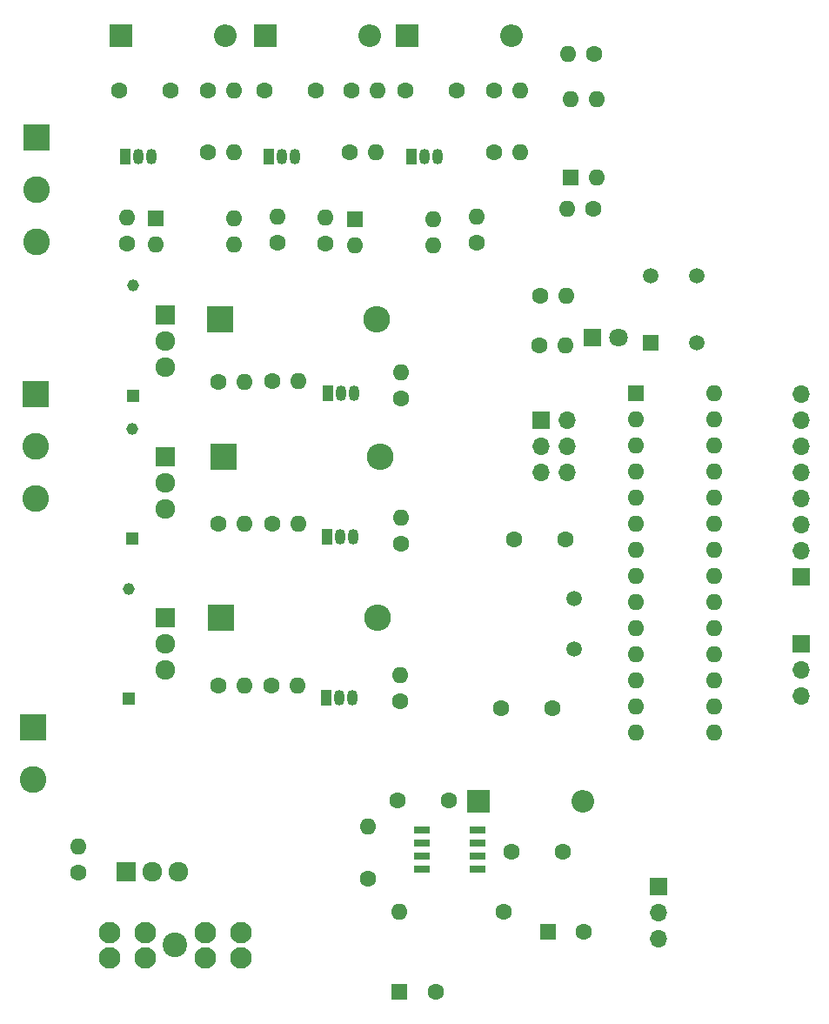
<source format=gbr>
%TF.GenerationSoftware,KiCad,Pcbnew,7.0.1*%
%TF.CreationDate,2023-05-14T18:13:28-07:00*%
%TF.ProjectId,BasicBitch328pThingy,42617369-6342-4697-9463-683332387054,rev?*%
%TF.SameCoordinates,Original*%
%TF.FileFunction,Soldermask,Top*%
%TF.FilePolarity,Negative*%
%FSLAX46Y46*%
G04 Gerber Fmt 4.6, Leading zero omitted, Abs format (unit mm)*
G04 Created by KiCad (PCBNEW 7.0.1) date 2023-05-14 18:13:28*
%MOMM*%
%LPD*%
G01*
G04 APERTURE LIST*
%ADD10R,1.050000X1.500000*%
%ADD11O,1.050000X1.500000*%
%ADD12C,1.600000*%
%ADD13O,1.600000X1.600000*%
%ADD14R,2.600000X2.600000*%
%ADD15C,2.600000*%
%ADD16R,1.700000X1.700000*%
%ADD17O,1.700000X1.700000*%
%ADD18R,1.600000X1.600000*%
%ADD19O,2.600000X2.600000*%
%ADD20R,1.150000X1.150000*%
%ADD21C,1.150000*%
%ADD22R,1.500000X1.500000*%
%ADD23C,1.500000*%
%ADD24R,1.920000X1.920000*%
%ADD25C,1.920000*%
%ADD26R,1.800000X1.800000*%
%ADD27C,1.800000*%
%ADD28R,1.528000X0.650000*%
%ADD29C,2.400000*%
%ADD30C,2.100000*%
%ADD31R,2.200000X2.200000*%
%ADD32O,2.200000X2.200000*%
G04 APERTURE END LIST*
D10*
%TO.C,Q4*%
X122231400Y-62823200D03*
D11*
X123501400Y-62823200D03*
X124771400Y-62823200D03*
%TD*%
D12*
%TO.C,R12*%
X122529500Y-98617400D03*
D13*
X125069500Y-98617400D03*
%TD*%
D14*
%TO.C,P1*%
X99267300Y-118419900D03*
D15*
X99267300Y-123499900D03*
%TD*%
D16*
%TO.C,J4*%
X174006800Y-103743400D03*
D17*
X174006800Y-101203400D03*
X174006800Y-98663400D03*
X174006800Y-96123400D03*
X174006800Y-93583400D03*
X174006800Y-91043400D03*
X174006800Y-88503400D03*
X174006800Y-85963400D03*
%TD*%
D12*
%TO.C,C5*%
X145828600Y-130529000D03*
X150828600Y-130529000D03*
%TD*%
D18*
%TO.C,C7*%
X134946200Y-144099100D03*
D12*
X138446200Y-144099100D03*
%TD*%
%TO.C,R15*%
X148641100Y-76394400D03*
D13*
X151181100Y-76394400D03*
%TD*%
D14*
%TO.C,D2*%
X117493300Y-78676900D03*
D19*
X132733300Y-78676900D03*
%TD*%
D20*
%TO.C,Z1*%
X108992100Y-86114500D03*
D21*
X108992100Y-75414500D03*
%TD*%
D12*
%TO.C,R8*%
X144126800Y-56452900D03*
D13*
X146666800Y-56452900D03*
%TD*%
D22*
%TO.C,S1*%
X159376100Y-80957600D03*
D23*
X159376100Y-74457600D03*
X163876100Y-80957600D03*
X163876100Y-74457600D03*
%TD*%
D12*
%TO.C,R23*%
X108389200Y-71333400D03*
D13*
X108389200Y-68793400D03*
%TD*%
D24*
%TO.C,Q10*%
X112151800Y-107751900D03*
D25*
X112151800Y-110291900D03*
X112151800Y-112831900D03*
%TD*%
D18*
%TO.C,C6*%
X149389100Y-138315000D03*
D12*
X152889100Y-138315000D03*
%TD*%
D24*
%TO.C,Q7*%
X112173000Y-92048800D03*
D25*
X112173000Y-94588800D03*
X112173000Y-97128800D03*
%TD*%
D12*
%TO.C,R13*%
X103661100Y-132576500D03*
D13*
X103661100Y-130036500D03*
%TD*%
D12*
%TO.C,R11*%
X117301200Y-98617400D03*
D13*
X119841200Y-98617400D03*
%TD*%
D24*
%TO.C,Q3*%
X112126700Y-78247700D03*
D25*
X112126700Y-80787700D03*
X112126700Y-83327700D03*
%TD*%
D20*
%TO.C,Z3*%
X108613400Y-115605500D03*
D21*
X108613400Y-104905500D03*
%TD*%
D12*
%TO.C,C1*%
X107663600Y-56452900D03*
X112663600Y-56452900D03*
%TD*%
D18*
%TO.C,U4*%
X130547400Y-68965700D03*
D13*
X130547400Y-71505700D03*
X138167400Y-71505700D03*
X138167400Y-68965700D03*
%TD*%
D18*
%TO.C,U1*%
X157950500Y-85892000D03*
D13*
X157950500Y-88432000D03*
X157950500Y-90972000D03*
X157950500Y-93512000D03*
X157950500Y-96052000D03*
X157950500Y-98592000D03*
X157950500Y-101132000D03*
X157950500Y-103672000D03*
X157950500Y-106212000D03*
X157950500Y-108752000D03*
X157950500Y-111292000D03*
X157950500Y-113832000D03*
X157950500Y-116372000D03*
X157950500Y-118912000D03*
X165570500Y-118912000D03*
X165570500Y-116372000D03*
X165570500Y-113832000D03*
X165570500Y-111292000D03*
X165570500Y-108752000D03*
X165570500Y-106212000D03*
X165570500Y-103672000D03*
X165570500Y-101132000D03*
X165570500Y-98592000D03*
X165570500Y-96052000D03*
X165570500Y-93512000D03*
X165570500Y-90972000D03*
X165570500Y-88432000D03*
X165570500Y-85892000D03*
%TD*%
D26*
%TO.C,D7*%
X153666000Y-80451800D03*
D27*
X156206000Y-80451800D03*
%TD*%
D16*
%TO.C,J1*%
X160144200Y-133936100D03*
D17*
X160144200Y-136476100D03*
X160144200Y-139016100D03*
%TD*%
D10*
%TO.C,Q6*%
X127879000Y-99839800D03*
D11*
X129149000Y-99839800D03*
X130419000Y-99839800D03*
%TD*%
D10*
%TO.C,Q2*%
X127966500Y-85867900D03*
D11*
X129236500Y-85867900D03*
X130506500Y-85867900D03*
%TD*%
D18*
%TO.C,U3*%
X111168000Y-68889200D03*
D13*
X111168000Y-71429200D03*
X118788000Y-71429200D03*
X118788000Y-68889200D03*
%TD*%
D12*
%TO.C,R25*%
X153755200Y-67926700D03*
D13*
X151215200Y-67926700D03*
%TD*%
D24*
%TO.C,Q8*%
X108280000Y-132418500D03*
D25*
X110820000Y-132418500D03*
X113360000Y-132418500D03*
%TD*%
D20*
%TO.C,Z2*%
X108894000Y-100059500D03*
D21*
X108894000Y-89359500D03*
%TD*%
D12*
%TO.C,C3*%
X135489800Y-56452900D03*
X140489800Y-56452900D03*
%TD*%
D28*
%TO.C,IC1*%
X137127000Y-128424300D03*
X137127000Y-129694300D03*
X137127000Y-130964300D03*
X137127000Y-132234300D03*
X142549000Y-132234300D03*
X142549000Y-130964300D03*
X142549000Y-129694300D03*
X142549000Y-128424300D03*
%TD*%
D12*
%TO.C,R9*%
X144097800Y-62463200D03*
D13*
X146637800Y-62463200D03*
%TD*%
D29*
%TO.C,U2*%
X113087100Y-139604600D03*
D30*
X119487100Y-138354600D03*
X115987100Y-138354600D03*
X110187100Y-138354600D03*
X106687100Y-138354600D03*
X106687100Y-140854600D03*
X110187100Y-140854600D03*
X115987100Y-140854600D03*
X119487100Y-140854600D03*
%TD*%
D10*
%TO.C,Q5*%
X136105400Y-62823200D03*
D11*
X137375400Y-62823200D03*
X138645400Y-62823200D03*
%TD*%
D16*
%TO.C,J3*%
X148671400Y-88472200D03*
D17*
X151211400Y-88472200D03*
X148671400Y-91012200D03*
X151211400Y-91012200D03*
X148671400Y-93552200D03*
X151211400Y-93552200D03*
%TD*%
D14*
%TO.C,D5*%
X117768900Y-92079500D03*
D19*
X133008900Y-92079500D03*
%TD*%
D12*
%TO.C,R5*%
X122534200Y-84695500D03*
D13*
X125074200Y-84695500D03*
%TD*%
D12*
%TO.C,R1*%
X116300600Y-56452900D03*
D13*
X118840600Y-56452900D03*
%TD*%
D10*
%TO.C,Q9*%
X127780000Y-115511100D03*
D11*
X129050000Y-115511100D03*
X130320000Y-115511100D03*
%TD*%
D12*
%TO.C,R20*%
X123083900Y-71239000D03*
D13*
X123083900Y-68699000D03*
%TD*%
D12*
%TO.C,C4*%
X134768500Y-125526600D03*
X139768500Y-125526600D03*
%TD*%
%TO.C,R4*%
X117258100Y-84812700D03*
D13*
X119798100Y-84812700D03*
%TD*%
D14*
%TO.C,Z4*%
X99561700Y-60980800D03*
D15*
X99561700Y-66060800D03*
X99561700Y-71140800D03*
%TD*%
D12*
%TO.C,R21*%
X142445500Y-71260100D03*
D13*
X142445500Y-68720100D03*
%TD*%
D12*
%TO.C,R7*%
X130106200Y-62463200D03*
D13*
X132646200Y-62463200D03*
%TD*%
D18*
%TO.C,U5*%
X151546000Y-64849700D03*
D13*
X154086000Y-64849700D03*
X154086000Y-57229700D03*
X151546000Y-57229700D03*
%TD*%
D31*
%TO.C,D1*%
X107780800Y-51098700D03*
D32*
X117940800Y-51098700D03*
%TD*%
D12*
%TO.C,R18*%
X117254000Y-114325600D03*
D13*
X119794000Y-114325600D03*
%TD*%
D12*
%TO.C,R19*%
X122464900Y-114325600D03*
D13*
X125004900Y-114325600D03*
%TD*%
D12*
%TO.C,C9*%
X149827500Y-116521900D03*
X144827500Y-116521900D03*
%TD*%
%TO.C,R17*%
X135009900Y-115862800D03*
D13*
X135009900Y-113322800D03*
%TD*%
D31*
%TO.C,D4*%
X135649100Y-51098700D03*
D32*
X145809100Y-51098700D03*
%TD*%
D16*
%TO.C,J2*%
X174006800Y-110277800D03*
D17*
X174006800Y-112817800D03*
X174006800Y-115357800D03*
%TD*%
D12*
%TO.C,C2*%
X121772100Y-56452900D03*
X126772100Y-56452900D03*
%TD*%
D14*
%TO.C,Z5*%
X99515000Y-85987000D03*
D15*
X99515000Y-91067000D03*
X99515000Y-96147000D03*
%TD*%
D12*
%TO.C,R10*%
X135070000Y-100543300D03*
D13*
X135070000Y-98003300D03*
%TD*%
D12*
%TO.C,R22*%
X153853200Y-52890000D03*
D13*
X151313200Y-52890000D03*
%TD*%
D12*
%TO.C,R24*%
X127677500Y-71361100D03*
D13*
X127677500Y-68821100D03*
%TD*%
D31*
%TO.C,D3*%
X121887900Y-51098700D03*
D32*
X132047900Y-51098700D03*
%TD*%
D12*
%TO.C,L1*%
X145098200Y-136326100D03*
D13*
X134938200Y-136326100D03*
%TD*%
D12*
%TO.C,R14*%
X131826200Y-133138800D03*
D13*
X131826200Y-128058800D03*
%TD*%
D10*
%TO.C,Q1*%
X108201100Y-62823200D03*
D11*
X109471100Y-62823200D03*
X110741100Y-62823200D03*
%TD*%
D12*
%TO.C,R16*%
X148507800Y-81261100D03*
D13*
X151047800Y-81261100D03*
%TD*%
D12*
%TO.C,C8*%
X151058000Y-100102700D03*
X146058000Y-100102700D03*
%TD*%
D14*
%TO.C,D8*%
X117525000Y-107691500D03*
D19*
X132765000Y-107691500D03*
%TD*%
D31*
%TO.C,D6*%
X142583000Y-125604700D03*
D32*
X152743000Y-125604700D03*
%TD*%
D23*
%TO.C,Y1*%
X151906200Y-105860600D03*
X151906200Y-110740600D03*
%TD*%
D12*
%TO.C,R2*%
X116310700Y-62463200D03*
D13*
X118850700Y-62463200D03*
%TD*%
D12*
%TO.C,R6*%
X130213700Y-56452900D03*
D13*
X132753700Y-56452900D03*
%TD*%
D12*
%TO.C,R3*%
X135079100Y-86376000D03*
D13*
X135079100Y-83836000D03*
%TD*%
M02*

</source>
